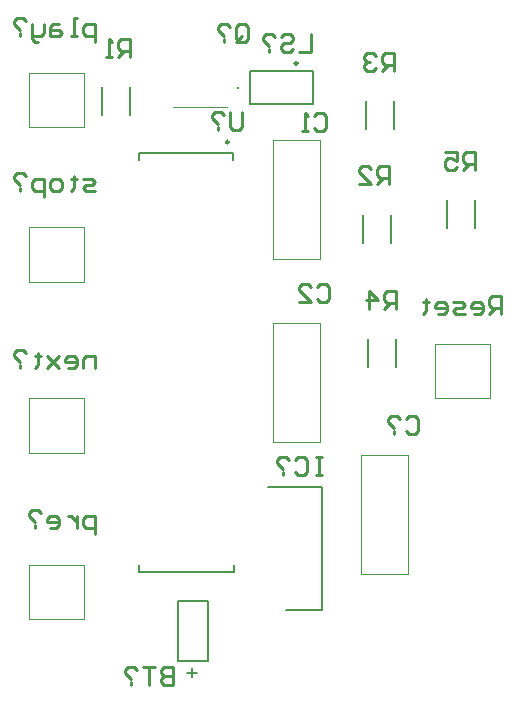
<source format=gto>
G04*
G04 #@! TF.GenerationSoftware,Altium Limited,Altium Designer,20.2.5 (213)*
G04*
G04 Layer_Color=65535*
%FSLAX25Y25*%
%MOIN*%
G70*
G04*
G04 #@! TF.SameCoordinates,7ED66F81-9B57-4200-B134-EA852FC3A939*
G04*
G04*
G04 #@! TF.FilePolarity,Positive*
G04*
G01*
G75*
%ADD10C,0.00787*%
%ADD11C,0.00984*%
%ADD12C,0.00197*%
%ADD13C,0.00394*%
%ADD14C,0.00591*%
%ADD15C,0.01000*%
D10*
X591862Y454500D02*
G03*
X591862Y454106I0J-197D01*
G01*
D02*
G03*
X591862Y454500I0J197D01*
G01*
D02*
G03*
X591862Y454106I0J-197D01*
G01*
X670988Y407776D02*
Y417224D01*
X661539Y407776D02*
Y417224D01*
X644488Y361276D02*
Y370724D01*
X635039Y361276D02*
Y370724D01*
X581763Y283500D02*
X571763D01*
Y263500D02*
Y283500D01*
X581763Y263500D02*
X571763D01*
X581763D02*
Y283500D01*
X642988Y402776D02*
Y412224D01*
X633539Y402776D02*
Y412224D01*
X643988Y440614D02*
Y450063D01*
X634539Y440614D02*
Y450063D01*
X555988Y445276D02*
Y454724D01*
X546539Y445276D02*
Y454724D01*
X619850Y280567D02*
X607763D01*
X619850D02*
Y321512D01*
X601740D01*
X616775Y448988D02*
X595751D01*
X616775Y460012D02*
X595751D01*
Y448988D02*
Y460012D01*
X616775Y448988D02*
Y460012D01*
D11*
X587850Y436406D02*
G03*
X587850Y436406I492J0D01*
G01*
X610771Y462571D02*
G03*
X610771Y462571I492J0D01*
G01*
D12*
X675897Y369055D02*
X657629D01*
X675897Y350945D02*
Y369055D01*
Y350945D02*
X657629D01*
Y369055D01*
X540397Y459555D02*
X522129D01*
X540397Y441445D02*
Y459555D01*
Y441445D02*
X522129D01*
Y459555D01*
X540397Y407969D02*
X522129D01*
X540397Y389858D02*
Y407969D01*
Y389858D02*
X522129D01*
Y407969D01*
X540397Y350969D02*
X522129D01*
X540397Y332858D02*
Y350969D01*
Y332858D02*
X522129D01*
Y350969D01*
X540397Y295555D02*
X522129D01*
X540397Y277445D02*
Y295555D01*
Y277445D02*
X522129D01*
Y295555D01*
D13*
X619137Y397551D02*
X603389D01*
Y436921D01*
X619137D02*
X603389D01*
X619137Y397551D02*
Y436921D01*
X588318Y448201D02*
X570208D01*
X588318D02*
X570208D01*
X648637Y292579D02*
X632889D01*
Y331949D01*
X648637D02*
X632889D01*
X648637Y292579D02*
Y331949D01*
X619137Y336579D02*
X603389D01*
Y375949D01*
X619137D02*
X603389D01*
X619137Y336579D02*
Y375949D01*
D14*
X590311Y430500D02*
Y432862D01*
X558814D01*
Y431287D02*
Y432862D01*
Y430500D02*
Y431287D01*
X558926Y293098D02*
Y295461D01*
X590422Y293098D02*
X558926D01*
X590422D02*
Y294673D01*
Y295461D01*
X576526Y258000D02*
Y261017D01*
X578035Y259509D02*
X575018D01*
D15*
X679613Y379250D02*
Y385248D01*
X676614D01*
X675615Y384248D01*
Y382249D01*
X676614Y381249D01*
X679613D01*
X677614D02*
X675615Y379250D01*
X670616D02*
X672616D01*
X673615Y380250D01*
Y382249D01*
X672616Y383249D01*
X670616D01*
X669617Y382249D01*
Y381249D01*
X673615D01*
X667617Y379250D02*
X664618D01*
X663619Y380250D01*
X664618Y381249D01*
X666617D01*
X667617Y382249D01*
X666617Y383249D01*
X663619D01*
X658620Y379250D02*
X660619D01*
X661619Y380250D01*
Y382249D01*
X660619Y383249D01*
X658620D01*
X657620Y382249D01*
Y381249D01*
X661619D01*
X654621Y384248D02*
Y383249D01*
X655621D01*
X653622D01*
X654621D01*
Y380250D01*
X653622Y379250D01*
X671013Y427150D02*
Y433148D01*
X668014D01*
X667015Y432148D01*
Y430149D01*
X668014Y429149D01*
X671013D01*
X669014D02*
X667015Y427150D01*
X661017Y433148D02*
X665015D01*
Y430149D01*
X663016Y431149D01*
X662016D01*
X661017Y430149D01*
Y428150D01*
X662016Y427150D01*
X664016D01*
X665015Y428150D01*
X644463Y380600D02*
Y386598D01*
X641464D01*
X640465Y385598D01*
Y383599D01*
X641464Y382599D01*
X644463D01*
X642464D02*
X640465Y380600D01*
X635466D02*
Y386598D01*
X638465Y383599D01*
X634467D01*
X617263Y444972D02*
X618263Y445971D01*
X620262D01*
X621262Y444972D01*
Y440973D01*
X620262Y439973D01*
X618263D01*
X617263Y440973D01*
X615264Y439973D02*
X613265D01*
X614264D01*
Y445971D01*
X615264Y444972D01*
X591215Y470650D02*
Y474648D01*
X592214Y475648D01*
X594214D01*
X595213Y474648D01*
Y470650D01*
X594214Y469650D01*
X592214D01*
X593214Y471649D02*
X591215Y469650D01*
X592214D02*
X591215Y470650D01*
X589215Y474648D02*
X588216Y475648D01*
X586216D01*
X585217Y474648D01*
Y473649D01*
X587216Y471649D01*
Y470650D02*
Y469650D01*
X647815Y344048D02*
X648814Y345048D01*
X650814D01*
X651813Y344048D01*
Y340050D01*
X650814Y339050D01*
X648814D01*
X647815Y340050D01*
X645815Y344048D02*
X644816Y345048D01*
X642816D01*
X641817Y344048D01*
Y343049D01*
X643816Y341049D01*
Y340050D02*
Y339050D01*
X644013Y459989D02*
Y465987D01*
X641014D01*
X640015Y464987D01*
Y462988D01*
X641014Y461988D01*
X644013D01*
X642014D02*
X640015Y459989D01*
X638015Y464987D02*
X637016Y465987D01*
X635016D01*
X634017Y464987D01*
Y463987D01*
X635016Y462988D01*
X636016D01*
X635016D01*
X634017Y461988D01*
Y460988D01*
X635016Y459989D01*
X637016D01*
X638015Y460988D01*
X642262Y422501D02*
Y428499D01*
X639263D01*
X638263Y427499D01*
Y425500D01*
X639263Y424500D01*
X642262D01*
X640262D02*
X638263Y422501D01*
X632265D02*
X636264D01*
X632265Y426500D01*
Y427499D01*
X633265Y428499D01*
X635264D01*
X636264Y427499D01*
X556013Y464650D02*
Y470648D01*
X553014D01*
X552015Y469648D01*
Y467649D01*
X553014Y466649D01*
X556013D01*
X554014D02*
X552015Y464650D01*
X550015D02*
X548016D01*
X549016D01*
Y470648D01*
X550015Y469648D01*
X593313Y446425D02*
Y441427D01*
X592313Y440427D01*
X590313D01*
X589314Y441427D01*
Y446425D01*
X587315Y445426D02*
X586315Y446425D01*
X584315D01*
X583316Y445426D01*
Y444426D01*
X585315Y442426D01*
Y441427D02*
Y440427D01*
X544113Y420163D02*
X541114D01*
X540115Y421163D01*
X541114Y422163D01*
X543114D01*
X544113Y423162D01*
X543114Y424162D01*
X540115D01*
X537116Y425162D02*
Y424162D01*
X538115D01*
X536116D01*
X537116D01*
Y421163D01*
X536116Y420163D01*
X532117D02*
X530118D01*
X529118Y421163D01*
Y423162D01*
X530118Y424162D01*
X532117D01*
X533117Y423162D01*
Y421163D01*
X532117Y420163D01*
X527119Y418164D02*
Y424162D01*
X524120D01*
X523120Y423162D01*
Y421163D01*
X524120Y420163D01*
X527119D01*
X521121Y425162D02*
X520121Y426161D01*
X518122D01*
X517122Y425162D01*
Y424162D01*
X519121Y422163D01*
Y421163D02*
Y420163D01*
X544113Y305751D02*
Y311749D01*
X541114D01*
X540115Y310749D01*
Y308750D01*
X541114Y307750D01*
X544113D01*
X538115Y311749D02*
Y307750D01*
Y309749D01*
X537116Y310749D01*
X536116Y311749D01*
X535116D01*
X529118Y307750D02*
X531117D01*
X532117Y308750D01*
Y310749D01*
X531117Y311749D01*
X529118D01*
X528119Y310749D01*
Y309749D01*
X532117D01*
X526119Y312748D02*
X525119Y313748D01*
X523120D01*
X522120Y312748D01*
Y311749D01*
X524120Y309749D01*
Y308750D02*
Y307750D01*
X544113Y469751D02*
Y475749D01*
X541114D01*
X540115Y474749D01*
Y472750D01*
X541114Y471750D01*
X544113D01*
X538115D02*
X536116D01*
X537116D01*
Y477748D01*
X538115D01*
X532117Y475749D02*
X530118D01*
X529118Y474749D01*
Y471750D01*
X532117D01*
X533117Y472750D01*
X532117Y473749D01*
X529118D01*
X527119Y475749D02*
Y472750D01*
X526119Y471750D01*
X523120D01*
Y470750D01*
X524120Y469751D01*
X525119D01*
X523120Y471750D02*
Y475749D01*
X521121Y476748D02*
X520121Y477748D01*
X518122D01*
X517122Y476748D01*
Y475749D01*
X519121Y473749D01*
Y472750D02*
Y471750D01*
X544113Y361163D02*
Y365162D01*
X541114D01*
X540115Y364162D01*
Y361163D01*
X535116D02*
X537116D01*
X538115Y362163D01*
Y364162D01*
X537116Y365162D01*
X535116D01*
X534117Y364162D01*
Y363163D01*
X538115D01*
X532117Y365162D02*
X528119Y361163D01*
X530118Y363163D01*
X528119Y365162D01*
X532117Y361163D01*
X525119Y366162D02*
Y365162D01*
X526119D01*
X524120D01*
X525119D01*
Y362163D01*
X524120Y361163D01*
X521121Y366162D02*
X520121Y367161D01*
X518122D01*
X517122Y366162D01*
Y365162D01*
X519121Y363163D01*
Y362163D02*
Y361163D01*
X619913Y331548D02*
X617914D01*
X618914D01*
Y325550D01*
X619913D01*
X617914D01*
X610916Y330548D02*
X611916Y331548D01*
X613915D01*
X614915Y330548D01*
Y326550D01*
X613915Y325550D01*
X611916D01*
X610916Y326550D01*
X608917Y330548D02*
X607917Y331548D01*
X605918D01*
X604918Y330548D01*
Y329549D01*
X606917Y327549D01*
Y326550D02*
Y325550D01*
X618315Y388048D02*
X619314Y389048D01*
X621314D01*
X622313Y388048D01*
Y384050D01*
X621314Y383050D01*
X619314D01*
X618315Y384050D01*
X612317Y383050D02*
X616315D01*
X612317Y387049D01*
Y388048D01*
X613316Y389048D01*
X615316D01*
X616315Y388048D01*
X616213Y472548D02*
Y466550D01*
X612215D01*
X606217Y471548D02*
X607216Y472548D01*
X609216D01*
X610215Y471548D01*
Y470549D01*
X609216Y469549D01*
X607216D01*
X606217Y468549D01*
Y467550D01*
X607216Y466550D01*
X609216D01*
X610215Y467550D01*
X604217Y471548D02*
X603218Y472548D01*
X601218D01*
X600218Y471548D01*
Y470549D01*
X602218Y468549D01*
Y467550D02*
Y466550D01*
X570261Y261499D02*
Y255501D01*
X567262D01*
X566262Y256501D01*
Y257500D01*
X567262Y258500D01*
X570261D01*
X567262D01*
X566262Y259500D01*
Y260499D01*
X567262Y261499D01*
X570261D01*
X564263D02*
X560264D01*
X562263D01*
Y255501D01*
X558265Y260499D02*
X557265Y261499D01*
X555266D01*
X554266Y260499D01*
Y259500D01*
X556265Y257500D01*
Y256501D02*
Y255501D01*
M02*

</source>
